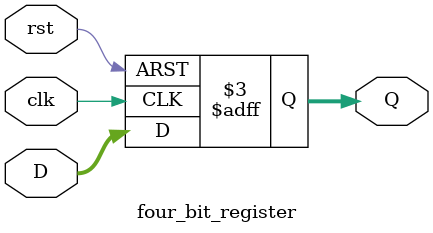
<source format=v>
module four_bit_register(D, clk, rst, Q);
	input [3:0] D;
	input clk, rst;
	output reg[3:0] Q;

	always @(posedge clk or posedge rst) begin
		if (rst == 1'b1)
			Q <= 4'b0000;
		else 
			Q <= D;
	end
endmodule

</source>
